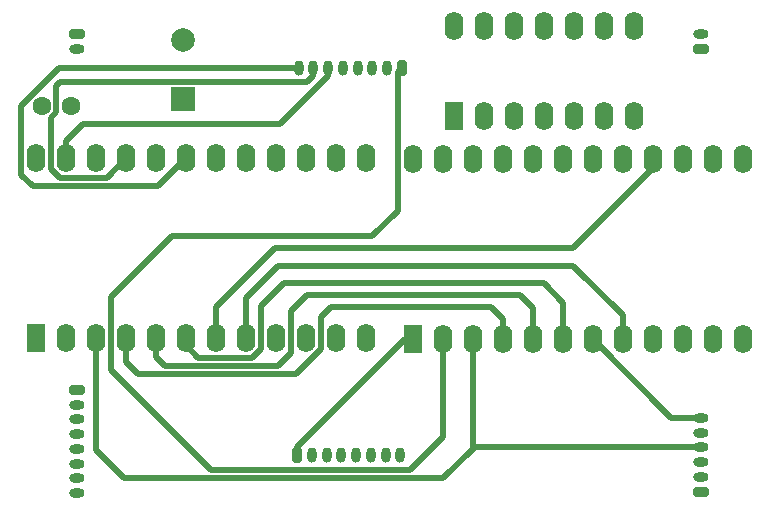
<source format=gbr>
%TF.GenerationSoftware,KiCad,Pcbnew,8.0.3*%
%TF.CreationDate,2024-07-14T22:50:11-07:00*%
%TF.ProjectId,Artemis ALU Module,41727465-6d69-4732-9041-4c55204d6f64,rev?*%
%TF.SameCoordinates,Original*%
%TF.FileFunction,Copper,L3,Inr*%
%TF.FilePolarity,Positive*%
%FSLAX46Y46*%
G04 Gerber Fmt 4.6, Leading zero omitted, Abs format (unit mm)*
G04 Created by KiCad (PCBNEW 8.0.3) date 2024-07-14 22:50:11*
%MOMM*%
%LPD*%
G01*
G04 APERTURE LIST*
G04 Aperture macros list*
%AMRoundRect*
0 Rectangle with rounded corners*
0 $1 Rounding radius*
0 $2 $3 $4 $5 $6 $7 $8 $9 X,Y pos of 4 corners*
0 Add a 4 corners polygon primitive as box body*
4,1,4,$2,$3,$4,$5,$6,$7,$8,$9,$2,$3,0*
0 Add four circle primitives for the rounded corners*
1,1,$1+$1,$2,$3*
1,1,$1+$1,$4,$5*
1,1,$1+$1,$6,$7*
1,1,$1+$1,$8,$9*
0 Add four rect primitives between the rounded corners*
20,1,$1+$1,$2,$3,$4,$5,0*
20,1,$1+$1,$4,$5,$6,$7,0*
20,1,$1+$1,$6,$7,$8,$9,0*
20,1,$1+$1,$8,$9,$2,$3,0*%
G04 Aperture macros list end*
%TA.AperFunction,ComponentPad*%
%ADD10R,1.600000X2.400000*%
%TD*%
%TA.AperFunction,ComponentPad*%
%ADD11O,1.600000X2.400000*%
%TD*%
%TA.AperFunction,ComponentPad*%
%ADD12RoundRect,0.200000X0.450000X-0.200000X0.450000X0.200000X-0.450000X0.200000X-0.450000X-0.200000X0*%
%TD*%
%TA.AperFunction,ComponentPad*%
%ADD13O,1.300000X0.800000*%
%TD*%
%TA.AperFunction,ComponentPad*%
%ADD14RoundRect,0.200000X-0.200000X-0.450000X0.200000X-0.450000X0.200000X0.450000X-0.200000X0.450000X0*%
%TD*%
%TA.AperFunction,ComponentPad*%
%ADD15O,0.800000X1.300000*%
%TD*%
%TA.AperFunction,ComponentPad*%
%ADD16RoundRect,0.200000X-0.450000X0.200000X-0.450000X-0.200000X0.450000X-0.200000X0.450000X0.200000X0*%
%TD*%
%TA.AperFunction,ComponentPad*%
%ADD17C,1.600000*%
%TD*%
%TA.AperFunction,ComponentPad*%
%ADD18RoundRect,0.200000X0.200000X0.450000X-0.200000X0.450000X-0.200000X-0.450000X0.200000X-0.450000X0*%
%TD*%
%TA.AperFunction,ComponentPad*%
%ADD19R,2.000000X2.000000*%
%TD*%
%TA.AperFunction,ComponentPad*%
%ADD20C,2.000000*%
%TD*%
%TA.AperFunction,Conductor*%
%ADD21C,0.500000*%
%TD*%
G04 APERTURE END LIST*
D10*
%TO.N,/F7*%
%TO.C,U3*%
X179375000Y-80300000D03*
D11*
%TO.N,/F6*%
X181915000Y-80300000D03*
%TO.N,/F5*%
X184455000Y-80300000D03*
%TO.N,/F4*%
X186995000Y-80300000D03*
%TO.N,/F3*%
X189535000Y-80300000D03*
%TO.N,/F2*%
X192075000Y-80300000D03*
%TO.N,GNDREF*%
X194615000Y-80300000D03*
%TO.N,/Zero flag*%
X194615000Y-72680000D03*
%TO.N,N/C*%
X192075000Y-72680000D03*
X189535000Y-72680000D03*
%TO.N,/F1*%
X186995000Y-72680000D03*
%TO.N,/F0*%
X184455000Y-72680000D03*
%TO.N,N/C*%
X181915000Y-72680000D03*
%TO.N,VCC*%
X179375000Y-72680000D03*
%TD*%
D12*
%TO.N,/S0*%
%TO.C,J4*%
X200300000Y-112125000D03*
D13*
%TO.N,/S1*%
X200300000Y-110875000D03*
%TO.N,/S2*%
X200300000Y-109625000D03*
%TO.N,/S3*%
X200300000Y-108375000D03*
%TO.N,/M*%
X200300000Y-107125000D03*
%TO.N,/~{Cn}*%
X200300000Y-105875000D03*
%TD*%
D14*
%TO.N,/B0*%
%TO.C,J1*%
X166125000Y-109000000D03*
D15*
%TO.N,/B1*%
X167375000Y-109000000D03*
%TO.N,/B2*%
X168625000Y-109000000D03*
%TO.N,/B3*%
X169875000Y-109000000D03*
%TO.N,/B4*%
X171125000Y-109000000D03*
%TO.N,/B5*%
X172375000Y-109000000D03*
%TO.N,/B6*%
X173625000Y-109000000D03*
%TO.N,/B7*%
X174875000Y-109000000D03*
%TD*%
D16*
%TO.N,VCC*%
%TO.C,J6*%
X147450000Y-73375000D03*
D13*
%TO.N,GNDREF*%
X147450000Y-74625000D03*
%TD*%
D16*
%TO.N,/F0*%
%TO.C,J3*%
X147500000Y-103500000D03*
D13*
%TO.N,/F1*%
X147500000Y-104750000D03*
%TO.N,/F2*%
X147500000Y-106000000D03*
%TO.N,/F3*%
X147500000Y-107250000D03*
%TO.N,/F4*%
X147500000Y-108500000D03*
%TO.N,/F5*%
X147500000Y-109750000D03*
%TO.N,/F6*%
X147500000Y-111000000D03*
%TO.N,/F7*%
X147500000Y-112250000D03*
%TD*%
D17*
%TO.N,VCC*%
%TO.C,C2*%
X147000000Y-79500000D03*
%TO.N,GNDREF*%
X144500000Y-79500000D03*
%TD*%
D10*
%TO.N,/B0*%
%TO.C,U2*%
X175920000Y-99240000D03*
D11*
%TO.N,/A0*%
X178460000Y-99240000D03*
%TO.N,/S3*%
X181000000Y-99240000D03*
%TO.N,/S2*%
X183540000Y-99240000D03*
%TO.N,/S1*%
X186080000Y-99240000D03*
%TO.N,/S0*%
X188620000Y-99240000D03*
%TO.N,/~{Cn}*%
X191160000Y-99240000D03*
%TO.N,/M*%
X193700000Y-99240000D03*
%TO.N,/F0*%
X196240000Y-99240000D03*
%TO.N,/F1*%
X198780000Y-99240000D03*
%TO.N,/F2*%
X201320000Y-99240000D03*
%TO.N,GNDREF*%
X203860000Y-99240000D03*
%TO.N,/F3*%
X203860000Y-84000000D03*
%TO.N,unconnected-(U2-A=B-Pad14)*%
X201320000Y-84000000D03*
%TO.N,unconnected-(U2-X-Pad15)*%
X198780000Y-84000000D03*
%TO.N,Net-(U1-Cn)*%
X196240000Y-84000000D03*
%TO.N,unconnected-(U2-Y-Pad17)*%
X193700000Y-84000000D03*
%TO.N,/B3*%
X191160000Y-84000000D03*
%TO.N,/A3*%
X188620000Y-84000000D03*
%TO.N,/B2*%
X186080000Y-84000000D03*
%TO.N,/A2*%
X183540000Y-84000000D03*
%TO.N,/B1*%
X181000000Y-84000000D03*
%TO.N,/A1*%
X178460000Y-84000000D03*
%TO.N,VCC*%
X175920000Y-84000000D03*
%TD*%
D12*
%TO.N,/Zero flag*%
%TO.C,J5*%
X200300000Y-74625000D03*
D13*
%TO.N,/~{Carry flag}*%
X200300000Y-73375000D03*
%TD*%
D18*
%TO.N,/A0*%
%TO.C,J2*%
X175000000Y-76250000D03*
D15*
%TO.N,/A1*%
X173750000Y-76250000D03*
%TO.N,/A2*%
X172500000Y-76250000D03*
%TO.N,/A3*%
X171250000Y-76250000D03*
%TO.N,/A4*%
X170000000Y-76250000D03*
%TO.N,/A5*%
X168750000Y-76250000D03*
%TO.N,/A6*%
X167500000Y-76250000D03*
%TO.N,/A7*%
X166250000Y-76250000D03*
%TD*%
D10*
%TO.N,/B4*%
%TO.C,U1*%
X144025000Y-99125000D03*
D11*
%TO.N,/A4*%
X146565000Y-99125000D03*
%TO.N,/S3*%
X149105000Y-99125000D03*
%TO.N,/S2*%
X151645000Y-99125000D03*
%TO.N,/S1*%
X154185000Y-99125000D03*
%TO.N,/S0*%
X156725000Y-99125000D03*
%TO.N,Net-(U1-Cn)*%
X159265000Y-99125000D03*
%TO.N,/M*%
X161805000Y-99125000D03*
%TO.N,/F4*%
X164345000Y-99125000D03*
%TO.N,/F5*%
X166885000Y-99125000D03*
%TO.N,/F6*%
X169425000Y-99125000D03*
%TO.N,GNDREF*%
X171965000Y-99125000D03*
%TO.N,/F7*%
X171965000Y-83885000D03*
%TO.N,unconnected-(U1-A=B-Pad14)*%
X169425000Y-83885000D03*
%TO.N,unconnected-(U1-X-Pad15)*%
X166885000Y-83885000D03*
%TO.N,/~{Carry flag}*%
X164345000Y-83885000D03*
%TO.N,unconnected-(U1-Y-Pad17)*%
X161805000Y-83885000D03*
%TO.N,/B7*%
X159265000Y-83885000D03*
%TO.N,/A7*%
X156725000Y-83885000D03*
%TO.N,/B6*%
X154185000Y-83885000D03*
%TO.N,/A6*%
X151645000Y-83885000D03*
%TO.N,/B5*%
X149105000Y-83885000D03*
%TO.N,/A5*%
X146565000Y-83885000D03*
%TO.N,VCC*%
X144025000Y-83885000D03*
%TD*%
D19*
%TO.N,VCC*%
%TO.C,C1*%
X156500000Y-78867677D03*
D20*
%TO.N,GNDREF*%
X156500000Y-73867677D03*
%TD*%
D21*
%TO.N,/A6*%
X151645000Y-83885000D02*
X149995000Y-85535000D01*
X145750000Y-77750000D02*
X146082323Y-77417677D01*
X149995000Y-85535000D02*
X146047233Y-85535000D01*
X145315000Y-80452767D02*
X145750000Y-80017767D01*
X145315000Y-84802767D02*
X145315000Y-80452767D01*
X166982323Y-77417677D02*
X167500000Y-76900000D01*
X146082323Y-77417677D02*
X166982323Y-77417677D01*
X145750000Y-80017767D02*
X145750000Y-77750000D01*
X146047233Y-85535000D02*
X145315000Y-84802767D01*
X167500000Y-76900000D02*
X167500000Y-76250000D01*
%TO.N,/S0*%
X187000000Y-94500000D02*
X165000000Y-94500000D01*
X163055000Y-96445000D02*
X163055000Y-100042767D01*
X157775000Y-100775000D02*
X156725000Y-99725000D01*
X188620000Y-96120000D02*
X187000000Y-94500000D01*
X163055000Y-100042767D02*
X162322767Y-100775000D01*
X162322767Y-100775000D02*
X157775000Y-100775000D01*
X165000000Y-94500000D02*
X163055000Y-96445000D01*
X188620000Y-99240000D02*
X188620000Y-96120000D01*
X156725000Y-99725000D02*
X156725000Y-99125000D01*
%TO.N,/S2*%
X166002767Y-102175000D02*
X152675000Y-102175000D01*
X183540000Y-97540000D02*
X182500000Y-96500000D01*
X182500000Y-96500000D02*
X169000000Y-96500000D01*
X168135000Y-97365000D02*
X168135000Y-100042767D01*
X183540000Y-99240000D02*
X183540000Y-97540000D01*
X151645000Y-101145000D02*
X151645000Y-99125000D01*
X169000000Y-96500000D02*
X168135000Y-97365000D01*
X152675000Y-102175000D02*
X151645000Y-101145000D01*
X168135000Y-100042767D02*
X166002767Y-102175000D01*
%TO.N,/M*%
X164500000Y-93000000D02*
X161805000Y-95695000D01*
X161805000Y-95695000D02*
X161805000Y-99125000D01*
X193700000Y-99240000D02*
X193700000Y-97200000D01*
X189500000Y-93000000D02*
X164500000Y-93000000D01*
X193700000Y-97200000D02*
X189500000Y-93000000D01*
%TO.N,/S3*%
X181000000Y-108500000D02*
X178500000Y-111000000D01*
X178500000Y-111000000D02*
X151500000Y-111000000D01*
X200300000Y-108375000D02*
X181125000Y-108375000D01*
X149105000Y-108605000D02*
X149105000Y-99125000D01*
X151500000Y-111000000D02*
X149105000Y-108605000D01*
X181125000Y-108375000D02*
X181000000Y-108500000D01*
X181000000Y-99240000D02*
X181000000Y-108500000D01*
%TO.N,Net-(U1-Cn)*%
X196240000Y-84760000D02*
X196240000Y-84000000D01*
X159265000Y-99125000D02*
X159265000Y-96485000D01*
X159265000Y-96485000D02*
X164250000Y-91500000D01*
X189500000Y-91500000D02*
X196240000Y-84760000D01*
X164250000Y-91500000D02*
X189500000Y-91500000D01*
%TO.N,/A5*%
X168750000Y-76900000D02*
X164650000Y-81000000D01*
X146565000Y-82435000D02*
X146565000Y-83885000D01*
X168750000Y-76250000D02*
X168750000Y-76900000D01*
X148000000Y-81000000D02*
X146565000Y-82435000D01*
X164650000Y-81000000D02*
X148000000Y-81000000D01*
%TO.N,/S1*%
X186080000Y-99240000D02*
X186080000Y-96580000D01*
X165635000Y-96865000D02*
X165635000Y-100365000D01*
X165635000Y-100365000D02*
X164525000Y-101475000D01*
X164525000Y-101475000D02*
X154975000Y-101475000D01*
X185000000Y-95500000D02*
X167000000Y-95500000D01*
X186080000Y-96580000D02*
X185000000Y-95500000D01*
X167000000Y-95500000D02*
X165635000Y-96865000D01*
X154185000Y-100685000D02*
X154185000Y-99125000D01*
X154975000Y-101475000D02*
X154185000Y-100685000D01*
%TO.N,/A7*%
X142775000Y-85275000D02*
X143735000Y-86235000D01*
X145982233Y-76250000D02*
X142775000Y-79457233D01*
X166250000Y-76250000D02*
X145982233Y-76250000D01*
X154375000Y-86235000D02*
X156725000Y-83885000D01*
X142775000Y-79457233D02*
X142775000Y-85275000D01*
X143735000Y-86235000D02*
X154375000Y-86235000D01*
%TO.N,/B0*%
X166125000Y-108350000D02*
X175235000Y-99240000D01*
X175235000Y-99240000D02*
X175920000Y-99240000D01*
X166125000Y-109000000D02*
X166125000Y-108350000D01*
%TO.N,/~{Cn}*%
X200300000Y-105875000D02*
X197795000Y-105875000D01*
X197795000Y-105875000D02*
X191160000Y-99240000D01*
%TO.N,/A0*%
X172500000Y-90500000D02*
X174670000Y-88330000D01*
X174670000Y-76580000D02*
X175000000Y-76250000D01*
X174670000Y-88330000D02*
X174670000Y-76580000D01*
X158800000Y-110300000D02*
X150355000Y-101855000D01*
X150355000Y-101855000D02*
X150355000Y-95645000D01*
X178460000Y-99240000D02*
X178460000Y-107540000D01*
X150355000Y-95645000D02*
X155500000Y-90500000D01*
X178460000Y-107540000D02*
X175700000Y-110300000D01*
X175700000Y-110300000D02*
X158800000Y-110300000D01*
X155500000Y-90500000D02*
X172500000Y-90500000D01*
%TD*%
M02*

</source>
